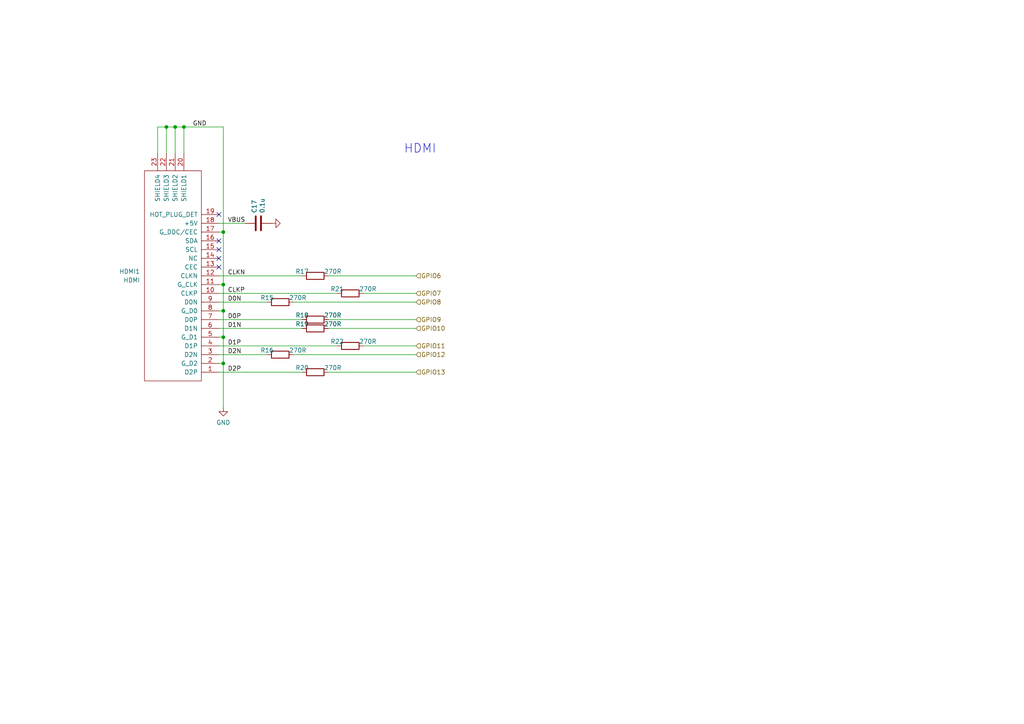
<source format=kicad_sch>
(kicad_sch (version 20231120) (generator "eeschema") (generator_version "8.0")
  (paper "A4")
  (title_block (title "FRANK2") (date "2024-11-21") (rev "1.0") (company "Mikhail Matveev") (comment 1 "https://github.com/xtremespb/frank2"))
  (lib_symbols
    (symbol "Device:C" (pin_numbers hide) (pin_names (offset 0.254))
      (property "Reference" "C" (at 0.635 2.54 0))
      (property "Value" "C" (at 0.635 -2.54 0))
      (symbol "C_0_1"
        (polyline (pts (xy -2.032 -0.762) (xy 2.032 -0.762)) (stroke (width 0.508)))
        (polyline (pts (xy -2.032 0.762) (xy 2.032 0.762)) (stroke (width 0.508)))
      )
      (symbol "C_1_1"
        (pin passive line (at 0 3.81 270) (length 2.794) (name "~") (number "1"))
        (pin passive line (at 0 -3.81 90) (length 2.794) (name "~") (number "2"))
      )
    )
    (symbol "Device:R" (pin_numbers hide) (pin_names (offset 0))
      (property "Reference" "R" (at 2.032 0 90))
      (property "Value" "R" (at 0 0 90))
      (symbol "R_0_1"
        (rectangle (start -1.016 -2.54) (end 1.016 2.54) (stroke (width 0.254)))
      )
      (symbol "R_1_1"
        (pin passive line (at 0 3.81 270) (length 1.27) (name "~") (number "1"))
        (pin passive line (at 0 -3.81 90) (length 1.27) (name "~") (number "2"))
      )
    )
    (symbol "R40:HDMI" (pin_names (offset 1.016))
      (property "Reference" "CN" (at -1.27 16.51 0))
      (property "Value" "HDMI" (at 7.62 16.51 0))
      (symbol "HDMI_0_1"
        (rectangle (start -5.08 15.24) (end 11.43 -45.72))
      )
      (symbol "HDMI_1_1"
        (pin input line (at -10.16 12.7 0) (length 5.08) (name "D2P") (number "1"))
        (pin input line (at -10.16 -10.16 0) (length 5.08) (name "CLKP") (number "10"))
        (pin input line (at -10.16 -12.7 0) (length 5.08) (name "G_CLK") (number "11"))
        (pin input line (at -10.16 -15.24 0) (length 5.08) (name "CLKN") (number "12"))
        (pin input line (at -10.16 -17.78 0) (length 5.08) (name "CEC") (number "13"))
        (pin input line (at -10.16 -20.32 0) (length 5.08) (name "NC") (number "14"))
        (pin input line (at -10.16 -22.86 0) (length 5.08) (name "SCL") (number "15"))
        (pin input line (at -10.16 -25.4 0) (length 5.08) (name "SDA") (number "16"))
        (pin input line (at -10.16 -27.94 0) (length 5.08) (name "G_DDC/CEC") (number "17"))
        (pin input line (at -10.16 -30.48 0) (length 5.08) (name "+5V") (number "18"))
        (pin input line (at -10.16 -33.02 0) (length 5.08) (name "HOT_PLUG_DET") (number "19"))
        (pin input line (at -10.16 10.16 0) (length 5.08) (name "G_D2") (number "2"))
        (pin input line (at 0 -50.8 90) (length 5.08) (name "SHIELD1") (number "20"))
        (pin input line (at 2.54 -50.8 90) (length 5.08) (name "SHIELD2") (number "21"))
        (pin input line (at 5.08 -50.8 90) (length 5.08) (name "SHIELD3") (number "22"))
        (pin input line (at 7.62 -50.8 90) (length 5.08) (name "SHIELD4") (number "23"))
        (pin input line (at -10.16 7.62 0) (length 5.08) (name "D2N") (number "3"))
        (pin input line (at -10.16 5.08 0) (length 5.08) (name "D1P") (number "4"))
        (pin input line (at -10.16 2.54 0) (length 5.08) (name "G_D1") (number "5"))
        (pin input line (at -10.16 0 0) (length 5.08) (name "D1N") (number "6"))
        (pin input line (at -10.16 -2.54 0) (length 5.08) (name "D0P") (number "7"))
        (pin input line (at -10.16 -5.08 0) (length 5.08) (name "G_D0") (number "8"))
        (pin input line (at -10.16 -7.62 0) (length 5.08) (name "D0N") (number "9"))
      )
    )
    (symbol "power:GND" (power) (pin_names (offset 0))
      (property "Value" "GND" (at 0 -3.81 0))
      (symbol "GND_0_1"
        (polyline (pts (xy 0 0) (xy 0 -1.27) (xy 1.27 -1.27) (xy 0 -2.54) (xy -1.27 -1.27) (xy 0 -1.27)))
      )
      (symbol "GND_1_1"
        (pin power_in line (at 0 0 270) (length 0) hide (name "GND") (number "1"))
      )
    )
  )
  (junction (at 64.77 97.79))
  (junction (at 48.26 36.83))
  (junction (at 64.77 67.31))
  (junction (at 64.77 82.55))
  (junction (at 64.77 105.41))
  (junction (at 53.34 36.83))
  (junction (at 64.77 90.17))
  (junction (at 50.8 36.83))
  (no_connect (at 63.5 77.47))
  (no_connect (at 63.5 72.39))
  (no_connect (at 63.5 74.93))
  (no_connect (at 63.5 62.23))
  (no_connect (at 63.5 69.85))
  (wire (pts (xy 63.5 82.55) (xy 64.77 82.55)))
  (wire (pts (xy 64.77 97.79) (xy 64.77 105.41)))
  (wire (pts (xy 63.5 92.71) (xy 87.63 92.71)))
  (wire (pts (xy 85.09 102.87) (xy 120.65 102.87)))
  (wire (pts (xy 63.5 107.95) (xy 87.63 107.95)))
  (wire (pts (xy 63.5 90.17) (xy 64.77 90.17)))
  (wire (pts (xy 64.77 36.83) (xy 53.34 36.83)))
  (wire (pts (xy 50.8 36.83) (xy 50.8 44.45)))
  (wire (pts (xy 85.09 87.63) (xy 120.65 87.63)))
  (wire (pts (xy 53.34 36.83) (xy 50.8 36.83)))
  (wire (pts (xy 105.41 100.33) (xy 120.65 100.33)))
  (wire (pts (xy 64.77 90.17) (xy 64.77 97.79)))
  (wire (pts (xy 64.77 82.55) (xy 64.77 90.17)))
  (wire (pts (xy 95.25 95.25) (xy 120.65 95.25)))
  (wire (pts (xy 48.26 36.83) (xy 48.26 44.45)))
  (wire (pts (xy 63.5 80.01) (xy 87.63 80.01)))
  (wire (pts (xy 63.5 64.77) (xy 71.12 64.77)))
  (wire (pts (xy 63.5 100.33) (xy 97.79 100.33)))
  (wire (pts (xy 63.5 105.41) (xy 64.77 105.41)))
  (wire (pts (xy 64.77 105.41) (xy 64.77 118.11)))
  (wire (pts (xy 95.25 80.01) (xy 120.65 80.01)))
  (wire (pts (xy 95.25 92.71) (xy 120.65 92.71)))
  (wire (pts (xy 64.77 82.55) (xy 64.77 67.31)))
  (wire (pts (xy 48.26 36.83) (xy 45.72 36.83)))
  (wire (pts (xy 63.5 97.79) (xy 64.77 97.79)))
  (wire (pts (xy 63.5 67.31) (xy 64.77 67.31)))
  (wire (pts (xy 63.5 85.09) (xy 97.79 85.09)))
  (wire (pts (xy 64.77 67.31) (xy 64.77 36.83)))
  (wire (pts (xy 105.41 85.09) (xy 120.65 85.09)))
  (wire (pts (xy 63.5 102.87) (xy 77.47 102.87)))
  (wire (pts (xy 50.8 36.83) (xy 48.26 36.83)))
  (wire (pts (xy 63.5 95.25) (xy 87.63 95.25)))
  (wire (pts (xy 45.72 36.83) (xy 45.72 44.45)))
  (wire (pts (xy 53.34 36.83) (xy 53.34 44.45)))
  (wire (pts (xy 95.25 107.95) (xy 120.65 107.95)))
  (wire (pts (xy 63.5 87.63) (xy 77.47 87.63)))
  (text "HDMI" (at 117.094 44.704 0) (effects (font (size 2.54 2.54)) (justify left bottom)))
  (label "D2N" (at 66.04 102.87 0))
  (label "D2P" (at 66.04 107.95 0))
  (label "VBUS" (at 66.04 64.77 0))
  (label "GND" (at 55.88 36.83 0))
  (label "D0P" (at 66.04 92.71 0))
  (label "D1N" (at 66.04 95.25 0))
  (label "D0N" (at 66.04 87.63 0))
  (label "CLKN" (at 66.04 80.01 0))
  (label "CLKP" (at 66.04 85.09 0))
  (label "D1P" (at 66.04 100.33 0))
  (hierarchical_label "GPIO13" (shape input) (at 120.65 107.95 0))
  (hierarchical_label "GPIO7" (shape input) (at 120.65 85.09 0))
  (hierarchical_label "GPIO12" (shape input) (at 120.65 102.87 0))
  (hierarchical_label "GPIO6" (shape input) (at 120.65 80.01 0))
  (hierarchical_label "GPIO9" (shape input) (at 120.65 92.71 0))
  (hierarchical_label "GPIO11" (shape input) (at 120.65 100.33 0))
  (hierarchical_label "GPIO8" (shape input) (at 120.65 87.63 0))
  (hierarchical_label "GPIO10" (shape input) (at 120.65 95.25 0))
  (symbol (lib_id "Device:R") (at 91.44 92.71 90) (unit 1)
    (property "Reference" "R18" (at 87.63 91.44 90))
    (property "Value" "270R" (at 96.52 91.44 90))
    (property "Footprint" "Resistor_SMD:R_0805_2012Metric_Pad1.20x1.40mm_HandSolder" (effects (hide yes)))
  )
  (symbol (lib_id "Device:R") (at 101.6 100.33 90) (unit 1)
    (property "Reference" "R22" (at 97.79 99.06 90))
    (property "Value" "270R" (at 106.68 99.06 90))
    (property "Footprint" "Resistor_SMD:R_0805_2012Metric_Pad1.20x1.40mm_HandSolder" (effects (hide yes)))
  )
  (symbol (lib_id "power:GND") (at 78.74 64.77 90) (unit 1)
    (property "Reference" "#PWR034" (effects (hide yes)))
    (property "Value" "GND" (effects (hide yes)))
  )
  (symbol (lib_id "Device:R") (at 91.44 80.01 90) (unit 1)
    (property "Reference" "R17" (at 87.63 78.74 90))
    (property "Value" "270R" (at 96.52 78.74 90))
    (property "Footprint" "Resistor_SMD:R_0805_2012Metric_Pad1.20x1.40mm_HandSolder" (effects (hide yes)))
  )
  (symbol (lib_id "Device:R") (at 91.44 95.25 90) (unit 1)
    (property "Reference" "R19" (at 87.63 93.98 90))
    (property "Value" "270R" (at 96.52 93.98 90))
    (property "Footprint" "Resistor_SMD:R_0805_2012Metric_Pad1.20x1.40mm_HandSolder" (effects (hide yes)))
  )
  (symbol (lib_id "Device:C") (at 74.93 64.77 90) (unit 1)
    (property "Reference" "C17" (at 73.7616 61.849 0) (effects (justify left)))
    (property "Value" "0.1u" (at 76.073 61.849 0) (effects (justify left)))
    (property "Footprint" "Capacitor_SMD:C_0805_2012Metric_Pad1.18x1.45mm_HandSolder" (effects (hide yes)))
  )
  (symbol (lib_id "Device:R") (at 81.28 87.63 90) (unit 1)
    (property "Reference" "R15" (at 77.47 86.36 90))
    (property "Value" "270R" (at 86.36 86.36 90))
    (property "Footprint" "Resistor_SMD:R_0805_2012Metric_Pad1.20x1.40mm_HandSolder" (effects (hide yes)))
  )
  (symbol (lib_id "power:GND") (at 64.77 118.11 0) (unit 1)
    (property "Reference" "#PWR033" (effects (hide yes)))
    (property "Value" "GND" (at 64.77 122.5534 0))
  )
  (symbol (lib_id "Device:R") (at 101.6 85.09 90) (unit 1)
    (property "Reference" "R21" (at 97.79 83.82 90))
    (property "Value" "270R" (at 106.68 83.82 90))
    (property "Footprint" "Resistor_SMD:R_0805_2012Metric_Pad1.20x1.40mm_HandSolder" (effects (hide yes)))
  )
  (symbol (lib_id "R40:HDMI") (at 53.34 95.25 180) (unit 1)
    (property "Reference" "HDMI1" (at 40.64 78.7399 0) (effects (justify left)))
    (property "Value" "HDMI" (at 40.64 81.2799 0) (effects (justify left)))
    (property "Footprint" "LIBS:HDMI" (effects (hide yes)))
  )
  (symbol (lib_id "Device:R") (at 91.44 107.95 90) (unit 1)
    (property "Reference" "R20" (at 87.63 106.68 90))
    (property "Value" "270R" (at 96.52 106.68 90))
    (property "Footprint" "Resistor_SMD:R_0805_2012Metric_Pad1.20x1.40mm_HandSolder" (effects (hide yes)))
  )
  (symbol (lib_id "Device:R") (at 81.28 102.87 90) (unit 1)
    (property "Reference" "R16" (at 77.47 101.6 90))
    (property "Value" "270R" (at 86.36 101.6 90))
    (property "Footprint" "Resistor_SMD:R_0805_2012Metric_Pad1.20x1.40mm_HandSolder" (effects (hide yes)))
  )
)
</source>
